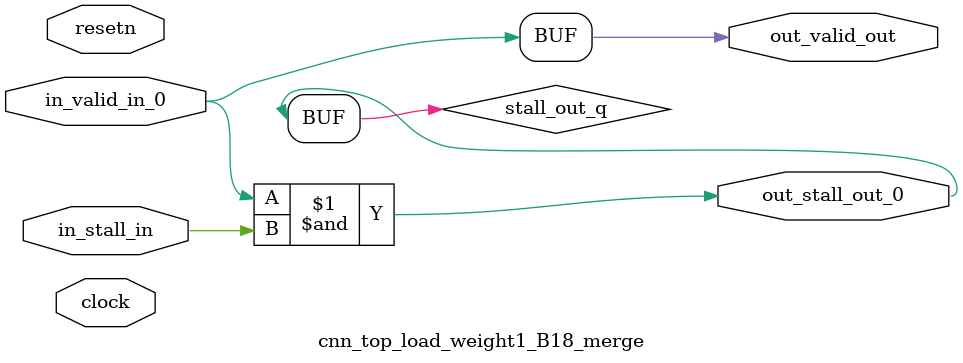
<source format=sv>



(* altera_attribute = "-name AUTO_SHIFT_REGISTER_RECOGNITION OFF; -name MESSAGE_DISABLE 10036; -name MESSAGE_DISABLE 10037; -name MESSAGE_DISABLE 14130; -name MESSAGE_DISABLE 14320; -name MESSAGE_DISABLE 15400; -name MESSAGE_DISABLE 14130; -name MESSAGE_DISABLE 10036; -name MESSAGE_DISABLE 12020; -name MESSAGE_DISABLE 12030; -name MESSAGE_DISABLE 12010; -name MESSAGE_DISABLE 12110; -name MESSAGE_DISABLE 14320; -name MESSAGE_DISABLE 13410; -name MESSAGE_DISABLE 113007; -name MESSAGE_DISABLE 10958" *)
module cnn_top_load_weight1_B18_merge (
    input wire [0:0] in_stall_in,
    input wire [0:0] in_valid_in_0,
    output wire [0:0] out_stall_out_0,
    output wire [0:0] out_valid_out,
    input wire clock,
    input wire resetn
    );

    wire [0:0] stall_out_q;


    // stall_out(LOGICAL,6)
    assign stall_out_q = in_valid_in_0 & in_stall_in;

    // out_stall_out_0(GPOUT,4)
    assign out_stall_out_0 = stall_out_q;

    // out_valid_out(GPOUT,5)
    assign out_valid_out = in_valid_in_0;

endmodule

</source>
